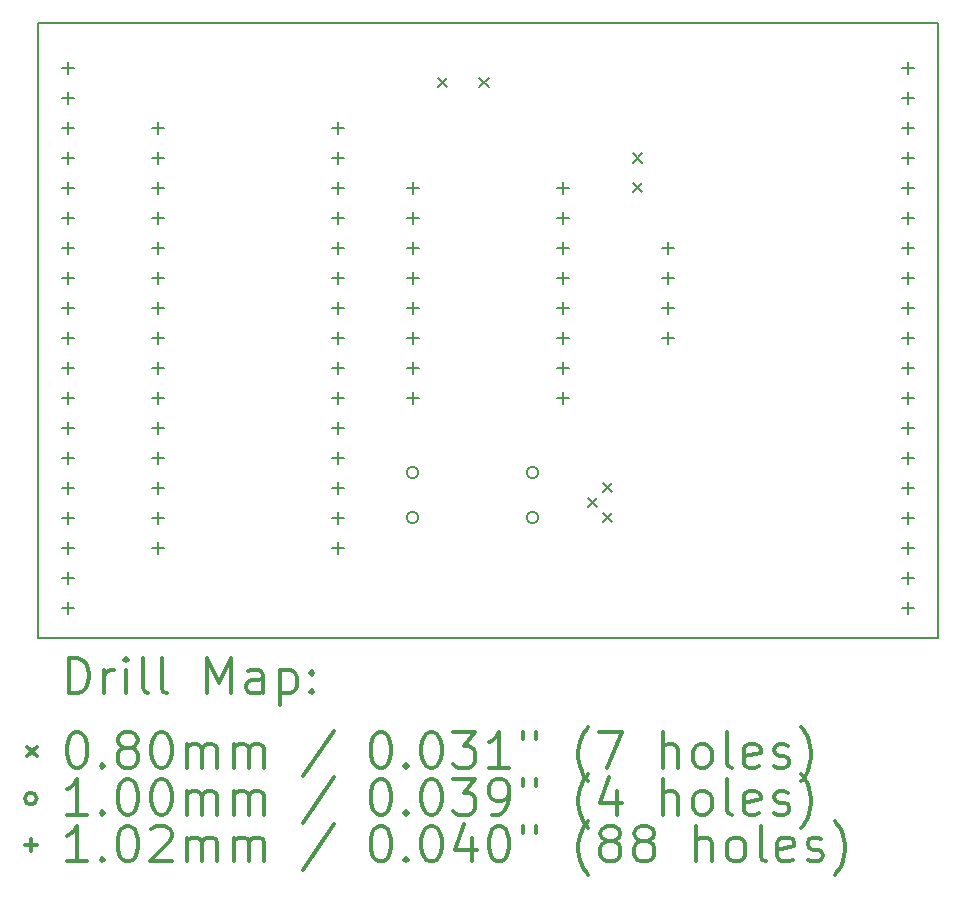
<source format=gbr>
%FSLAX45Y45*%
G04 Gerber Fmt 4.5, Leading zero omitted, Abs format (unit mm)*
G04 Created by KiCad (PCBNEW 4.0.3+e1-6302~38~ubuntu16.04.1-stable) date Thu Aug 25 12:24:18 2016*
%MOMM*%
%LPD*%
G01*
G04 APERTURE LIST*
%ADD10C,0.127000*%
%ADD11C,0.150000*%
%ADD12C,0.200000*%
%ADD13C,0.300000*%
G04 APERTURE END LIST*
D10*
D11*
X12446000Y-10414000D02*
X11176000Y-10414000D01*
X12446000Y-5207000D02*
X12446000Y-10414000D01*
X4826000Y-5207000D02*
X12446000Y-5207000D01*
X4826000Y-10414000D02*
X11176000Y-10414000D01*
X4826000Y-5207000D02*
X4826000Y-10414000D01*
D12*
X8215000Y-5675000D02*
X8295000Y-5755000D01*
X8295000Y-5675000D02*
X8215000Y-5755000D01*
X8565000Y-5675000D02*
X8645000Y-5755000D01*
X8645000Y-5675000D02*
X8565000Y-5755000D01*
X9485000Y-9231000D02*
X9565000Y-9311000D01*
X9565000Y-9231000D02*
X9485000Y-9311000D01*
X9612000Y-9104000D02*
X9692000Y-9184000D01*
X9692000Y-9104000D02*
X9612000Y-9184000D01*
X9612000Y-9358000D02*
X9692000Y-9438000D01*
X9692000Y-9358000D02*
X9612000Y-9438000D01*
X9866000Y-6314000D02*
X9946000Y-6394000D01*
X9946000Y-6314000D02*
X9866000Y-6394000D01*
X9866000Y-6564000D02*
X9946000Y-6644000D01*
X9946000Y-6564000D02*
X9866000Y-6644000D01*
X8051038Y-9017000D02*
G75*
G03X8051038Y-9017000I-50038J0D01*
G01*
X8051038Y-9398000D02*
G75*
G03X8051038Y-9398000I-50038J0D01*
G01*
X9067038Y-9017000D02*
G75*
G03X9067038Y-9017000I-50038J0D01*
G01*
X9067038Y-9398000D02*
G75*
G03X9067038Y-9398000I-50038J0D01*
G01*
X5080000Y-5537200D02*
X5080000Y-5638800D01*
X5029200Y-5588000D02*
X5130800Y-5588000D01*
X5080000Y-5791200D02*
X5080000Y-5892800D01*
X5029200Y-5842000D02*
X5130800Y-5842000D01*
X5080000Y-6045200D02*
X5080000Y-6146800D01*
X5029200Y-6096000D02*
X5130800Y-6096000D01*
X5080000Y-6299200D02*
X5080000Y-6400800D01*
X5029200Y-6350000D02*
X5130800Y-6350000D01*
X5080000Y-6553200D02*
X5080000Y-6654800D01*
X5029200Y-6604000D02*
X5130800Y-6604000D01*
X5080000Y-6807200D02*
X5080000Y-6908800D01*
X5029200Y-6858000D02*
X5130800Y-6858000D01*
X5080000Y-7061200D02*
X5080000Y-7162800D01*
X5029200Y-7112000D02*
X5130800Y-7112000D01*
X5080000Y-7315200D02*
X5080000Y-7416800D01*
X5029200Y-7366000D02*
X5130800Y-7366000D01*
X5080000Y-7569200D02*
X5080000Y-7670800D01*
X5029200Y-7620000D02*
X5130800Y-7620000D01*
X5080000Y-7823200D02*
X5080000Y-7924800D01*
X5029200Y-7874000D02*
X5130800Y-7874000D01*
X5080000Y-8077200D02*
X5080000Y-8178800D01*
X5029200Y-8128000D02*
X5130800Y-8128000D01*
X5080000Y-8331200D02*
X5080000Y-8432800D01*
X5029200Y-8382000D02*
X5130800Y-8382000D01*
X5080000Y-8585200D02*
X5080000Y-8686800D01*
X5029200Y-8636000D02*
X5130800Y-8636000D01*
X5080000Y-8839200D02*
X5080000Y-8940800D01*
X5029200Y-8890000D02*
X5130800Y-8890000D01*
X5080000Y-9093200D02*
X5080000Y-9194800D01*
X5029200Y-9144000D02*
X5130800Y-9144000D01*
X5080000Y-9347200D02*
X5080000Y-9448800D01*
X5029200Y-9398000D02*
X5130800Y-9398000D01*
X5080000Y-9601200D02*
X5080000Y-9702800D01*
X5029200Y-9652000D02*
X5130800Y-9652000D01*
X5080000Y-9855200D02*
X5080000Y-9956800D01*
X5029200Y-9906000D02*
X5130800Y-9906000D01*
X5080000Y-10109200D02*
X5080000Y-10210800D01*
X5029200Y-10160000D02*
X5130800Y-10160000D01*
X5842000Y-6045200D02*
X5842000Y-6146800D01*
X5791200Y-6096000D02*
X5892800Y-6096000D01*
X5842000Y-6299200D02*
X5842000Y-6400800D01*
X5791200Y-6350000D02*
X5892800Y-6350000D01*
X5842000Y-6553200D02*
X5842000Y-6654800D01*
X5791200Y-6604000D02*
X5892800Y-6604000D01*
X5842000Y-6807200D02*
X5842000Y-6908800D01*
X5791200Y-6858000D02*
X5892800Y-6858000D01*
X5842000Y-7061200D02*
X5842000Y-7162800D01*
X5791200Y-7112000D02*
X5892800Y-7112000D01*
X5842000Y-7315200D02*
X5842000Y-7416800D01*
X5791200Y-7366000D02*
X5892800Y-7366000D01*
X5842000Y-7569200D02*
X5842000Y-7670800D01*
X5791200Y-7620000D02*
X5892800Y-7620000D01*
X5842000Y-7823200D02*
X5842000Y-7924800D01*
X5791200Y-7874000D02*
X5892800Y-7874000D01*
X5842000Y-8077200D02*
X5842000Y-8178800D01*
X5791200Y-8128000D02*
X5892800Y-8128000D01*
X5842000Y-8331200D02*
X5842000Y-8432800D01*
X5791200Y-8382000D02*
X5892800Y-8382000D01*
X5842000Y-8585200D02*
X5842000Y-8686800D01*
X5791200Y-8636000D02*
X5892800Y-8636000D01*
X5842000Y-8839200D02*
X5842000Y-8940800D01*
X5791200Y-8890000D02*
X5892800Y-8890000D01*
X5842000Y-9093200D02*
X5842000Y-9194800D01*
X5791200Y-9144000D02*
X5892800Y-9144000D01*
X5842000Y-9347200D02*
X5842000Y-9448800D01*
X5791200Y-9398000D02*
X5892800Y-9398000D01*
X5842000Y-9601200D02*
X5842000Y-9702800D01*
X5791200Y-9652000D02*
X5892800Y-9652000D01*
X7366000Y-6045200D02*
X7366000Y-6146800D01*
X7315200Y-6096000D02*
X7416800Y-6096000D01*
X7366000Y-6299200D02*
X7366000Y-6400800D01*
X7315200Y-6350000D02*
X7416800Y-6350000D01*
X7366000Y-6553200D02*
X7366000Y-6654800D01*
X7315200Y-6604000D02*
X7416800Y-6604000D01*
X7366000Y-6807200D02*
X7366000Y-6908800D01*
X7315200Y-6858000D02*
X7416800Y-6858000D01*
X7366000Y-7061200D02*
X7366000Y-7162800D01*
X7315200Y-7112000D02*
X7416800Y-7112000D01*
X7366000Y-7315200D02*
X7366000Y-7416800D01*
X7315200Y-7366000D02*
X7416800Y-7366000D01*
X7366000Y-7569200D02*
X7366000Y-7670800D01*
X7315200Y-7620000D02*
X7416800Y-7620000D01*
X7366000Y-7823200D02*
X7366000Y-7924800D01*
X7315200Y-7874000D02*
X7416800Y-7874000D01*
X7366000Y-8077200D02*
X7366000Y-8178800D01*
X7315200Y-8128000D02*
X7416800Y-8128000D01*
X7366000Y-8331200D02*
X7366000Y-8432800D01*
X7315200Y-8382000D02*
X7416800Y-8382000D01*
X7366000Y-8585200D02*
X7366000Y-8686800D01*
X7315200Y-8636000D02*
X7416800Y-8636000D01*
X7366000Y-8839200D02*
X7366000Y-8940800D01*
X7315200Y-8890000D02*
X7416800Y-8890000D01*
X7366000Y-9093200D02*
X7366000Y-9194800D01*
X7315200Y-9144000D02*
X7416800Y-9144000D01*
X7366000Y-9347200D02*
X7366000Y-9448800D01*
X7315200Y-9398000D02*
X7416800Y-9398000D01*
X7366000Y-9601200D02*
X7366000Y-9702800D01*
X7315200Y-9652000D02*
X7416800Y-9652000D01*
X8001000Y-6553200D02*
X8001000Y-6654800D01*
X7950200Y-6604000D02*
X8051800Y-6604000D01*
X8001000Y-6807200D02*
X8001000Y-6908800D01*
X7950200Y-6858000D02*
X8051800Y-6858000D01*
X8001000Y-7061200D02*
X8001000Y-7162800D01*
X7950200Y-7112000D02*
X8051800Y-7112000D01*
X8001000Y-7315200D02*
X8001000Y-7416800D01*
X7950200Y-7366000D02*
X8051800Y-7366000D01*
X8001000Y-7569200D02*
X8001000Y-7670800D01*
X7950200Y-7620000D02*
X8051800Y-7620000D01*
X8001000Y-7823200D02*
X8001000Y-7924800D01*
X7950200Y-7874000D02*
X8051800Y-7874000D01*
X8001000Y-8077200D02*
X8001000Y-8178800D01*
X7950200Y-8128000D02*
X8051800Y-8128000D01*
X8001000Y-8331200D02*
X8001000Y-8432800D01*
X7950200Y-8382000D02*
X8051800Y-8382000D01*
X9271000Y-6553200D02*
X9271000Y-6654800D01*
X9220200Y-6604000D02*
X9321800Y-6604000D01*
X9271000Y-6807200D02*
X9271000Y-6908800D01*
X9220200Y-6858000D02*
X9321800Y-6858000D01*
X9271000Y-7061200D02*
X9271000Y-7162800D01*
X9220200Y-7112000D02*
X9321800Y-7112000D01*
X9271000Y-7315200D02*
X9271000Y-7416800D01*
X9220200Y-7366000D02*
X9321800Y-7366000D01*
X9271000Y-7569200D02*
X9271000Y-7670800D01*
X9220200Y-7620000D02*
X9321800Y-7620000D01*
X9271000Y-7823200D02*
X9271000Y-7924800D01*
X9220200Y-7874000D02*
X9321800Y-7874000D01*
X9271000Y-8077200D02*
X9271000Y-8178800D01*
X9220200Y-8128000D02*
X9321800Y-8128000D01*
X9271000Y-8331200D02*
X9271000Y-8432800D01*
X9220200Y-8382000D02*
X9321800Y-8382000D01*
X10160000Y-7061200D02*
X10160000Y-7162800D01*
X10109200Y-7112000D02*
X10210800Y-7112000D01*
X10160000Y-7315200D02*
X10160000Y-7416800D01*
X10109200Y-7366000D02*
X10210800Y-7366000D01*
X10160000Y-7569200D02*
X10160000Y-7670800D01*
X10109200Y-7620000D02*
X10210800Y-7620000D01*
X10160000Y-7823200D02*
X10160000Y-7924800D01*
X10109200Y-7874000D02*
X10210800Y-7874000D01*
X12192000Y-5537200D02*
X12192000Y-5638800D01*
X12141200Y-5588000D02*
X12242800Y-5588000D01*
X12192000Y-5791200D02*
X12192000Y-5892800D01*
X12141200Y-5842000D02*
X12242800Y-5842000D01*
X12192000Y-6045200D02*
X12192000Y-6146800D01*
X12141200Y-6096000D02*
X12242800Y-6096000D01*
X12192000Y-6299200D02*
X12192000Y-6400800D01*
X12141200Y-6350000D02*
X12242800Y-6350000D01*
X12192000Y-6553200D02*
X12192000Y-6654800D01*
X12141200Y-6604000D02*
X12242800Y-6604000D01*
X12192000Y-6807200D02*
X12192000Y-6908800D01*
X12141200Y-6858000D02*
X12242800Y-6858000D01*
X12192000Y-7061200D02*
X12192000Y-7162800D01*
X12141200Y-7112000D02*
X12242800Y-7112000D01*
X12192000Y-7315200D02*
X12192000Y-7416800D01*
X12141200Y-7366000D02*
X12242800Y-7366000D01*
X12192000Y-7569200D02*
X12192000Y-7670800D01*
X12141200Y-7620000D02*
X12242800Y-7620000D01*
X12192000Y-7823200D02*
X12192000Y-7924800D01*
X12141200Y-7874000D02*
X12242800Y-7874000D01*
X12192000Y-8077200D02*
X12192000Y-8178800D01*
X12141200Y-8128000D02*
X12242800Y-8128000D01*
X12192000Y-8331200D02*
X12192000Y-8432800D01*
X12141200Y-8382000D02*
X12242800Y-8382000D01*
X12192000Y-8585200D02*
X12192000Y-8686800D01*
X12141200Y-8636000D02*
X12242800Y-8636000D01*
X12192000Y-8839200D02*
X12192000Y-8940800D01*
X12141200Y-8890000D02*
X12242800Y-8890000D01*
X12192000Y-9093200D02*
X12192000Y-9194800D01*
X12141200Y-9144000D02*
X12242800Y-9144000D01*
X12192000Y-9347200D02*
X12192000Y-9448800D01*
X12141200Y-9398000D02*
X12242800Y-9398000D01*
X12192000Y-9601200D02*
X12192000Y-9702800D01*
X12141200Y-9652000D02*
X12242800Y-9652000D01*
X12192000Y-9855200D02*
X12192000Y-9956800D01*
X12141200Y-9906000D02*
X12242800Y-9906000D01*
X12192000Y-10109200D02*
X12192000Y-10210800D01*
X12141200Y-10160000D02*
X12242800Y-10160000D01*
D13*
X5089929Y-10887214D02*
X5089929Y-10587214D01*
X5161357Y-10587214D01*
X5204214Y-10601500D01*
X5232786Y-10630072D01*
X5247071Y-10658643D01*
X5261357Y-10715786D01*
X5261357Y-10758643D01*
X5247071Y-10815786D01*
X5232786Y-10844357D01*
X5204214Y-10872929D01*
X5161357Y-10887214D01*
X5089929Y-10887214D01*
X5389929Y-10887214D02*
X5389929Y-10687214D01*
X5389929Y-10744357D02*
X5404214Y-10715786D01*
X5418500Y-10701500D01*
X5447071Y-10687214D01*
X5475643Y-10687214D01*
X5575643Y-10887214D02*
X5575643Y-10687214D01*
X5575643Y-10587214D02*
X5561357Y-10601500D01*
X5575643Y-10615786D01*
X5589929Y-10601500D01*
X5575643Y-10587214D01*
X5575643Y-10615786D01*
X5761357Y-10887214D02*
X5732786Y-10872929D01*
X5718500Y-10844357D01*
X5718500Y-10587214D01*
X5918500Y-10887214D02*
X5889928Y-10872929D01*
X5875643Y-10844357D01*
X5875643Y-10587214D01*
X6261357Y-10887214D02*
X6261357Y-10587214D01*
X6361357Y-10801500D01*
X6461357Y-10587214D01*
X6461357Y-10887214D01*
X6732786Y-10887214D02*
X6732786Y-10730072D01*
X6718500Y-10701500D01*
X6689928Y-10687214D01*
X6632786Y-10687214D01*
X6604214Y-10701500D01*
X6732786Y-10872929D02*
X6704214Y-10887214D01*
X6632786Y-10887214D01*
X6604214Y-10872929D01*
X6589928Y-10844357D01*
X6589928Y-10815786D01*
X6604214Y-10787214D01*
X6632786Y-10772929D01*
X6704214Y-10772929D01*
X6732786Y-10758643D01*
X6875643Y-10687214D02*
X6875643Y-10987214D01*
X6875643Y-10701500D02*
X6904214Y-10687214D01*
X6961357Y-10687214D01*
X6989928Y-10701500D01*
X7004214Y-10715786D01*
X7018500Y-10744357D01*
X7018500Y-10830072D01*
X7004214Y-10858643D01*
X6989928Y-10872929D01*
X6961357Y-10887214D01*
X6904214Y-10887214D01*
X6875643Y-10872929D01*
X7147071Y-10858643D02*
X7161357Y-10872929D01*
X7147071Y-10887214D01*
X7132786Y-10872929D01*
X7147071Y-10858643D01*
X7147071Y-10887214D01*
X7147071Y-10701500D02*
X7161357Y-10715786D01*
X7147071Y-10730072D01*
X7132786Y-10715786D01*
X7147071Y-10701500D01*
X7147071Y-10730072D01*
X4738500Y-11341500D02*
X4818500Y-11421500D01*
X4818500Y-11341500D02*
X4738500Y-11421500D01*
X5147071Y-11217214D02*
X5175643Y-11217214D01*
X5204214Y-11231500D01*
X5218500Y-11245786D01*
X5232786Y-11274357D01*
X5247071Y-11331500D01*
X5247071Y-11402929D01*
X5232786Y-11460071D01*
X5218500Y-11488643D01*
X5204214Y-11502929D01*
X5175643Y-11517214D01*
X5147071Y-11517214D01*
X5118500Y-11502929D01*
X5104214Y-11488643D01*
X5089929Y-11460071D01*
X5075643Y-11402929D01*
X5075643Y-11331500D01*
X5089929Y-11274357D01*
X5104214Y-11245786D01*
X5118500Y-11231500D01*
X5147071Y-11217214D01*
X5375643Y-11488643D02*
X5389929Y-11502929D01*
X5375643Y-11517214D01*
X5361357Y-11502929D01*
X5375643Y-11488643D01*
X5375643Y-11517214D01*
X5561357Y-11345786D02*
X5532786Y-11331500D01*
X5518500Y-11317214D01*
X5504214Y-11288643D01*
X5504214Y-11274357D01*
X5518500Y-11245786D01*
X5532786Y-11231500D01*
X5561357Y-11217214D01*
X5618500Y-11217214D01*
X5647071Y-11231500D01*
X5661357Y-11245786D01*
X5675643Y-11274357D01*
X5675643Y-11288643D01*
X5661357Y-11317214D01*
X5647071Y-11331500D01*
X5618500Y-11345786D01*
X5561357Y-11345786D01*
X5532786Y-11360071D01*
X5518500Y-11374357D01*
X5504214Y-11402929D01*
X5504214Y-11460071D01*
X5518500Y-11488643D01*
X5532786Y-11502929D01*
X5561357Y-11517214D01*
X5618500Y-11517214D01*
X5647071Y-11502929D01*
X5661357Y-11488643D01*
X5675643Y-11460071D01*
X5675643Y-11402929D01*
X5661357Y-11374357D01*
X5647071Y-11360071D01*
X5618500Y-11345786D01*
X5861357Y-11217214D02*
X5889928Y-11217214D01*
X5918500Y-11231500D01*
X5932786Y-11245786D01*
X5947071Y-11274357D01*
X5961357Y-11331500D01*
X5961357Y-11402929D01*
X5947071Y-11460071D01*
X5932786Y-11488643D01*
X5918500Y-11502929D01*
X5889928Y-11517214D01*
X5861357Y-11517214D01*
X5832786Y-11502929D01*
X5818500Y-11488643D01*
X5804214Y-11460071D01*
X5789928Y-11402929D01*
X5789928Y-11331500D01*
X5804214Y-11274357D01*
X5818500Y-11245786D01*
X5832786Y-11231500D01*
X5861357Y-11217214D01*
X6089928Y-11517214D02*
X6089928Y-11317214D01*
X6089928Y-11345786D02*
X6104214Y-11331500D01*
X6132786Y-11317214D01*
X6175643Y-11317214D01*
X6204214Y-11331500D01*
X6218500Y-11360071D01*
X6218500Y-11517214D01*
X6218500Y-11360071D02*
X6232786Y-11331500D01*
X6261357Y-11317214D01*
X6304214Y-11317214D01*
X6332786Y-11331500D01*
X6347071Y-11360071D01*
X6347071Y-11517214D01*
X6489928Y-11517214D02*
X6489928Y-11317214D01*
X6489928Y-11345786D02*
X6504214Y-11331500D01*
X6532786Y-11317214D01*
X6575643Y-11317214D01*
X6604214Y-11331500D01*
X6618500Y-11360071D01*
X6618500Y-11517214D01*
X6618500Y-11360071D02*
X6632786Y-11331500D01*
X6661357Y-11317214D01*
X6704214Y-11317214D01*
X6732786Y-11331500D01*
X6747071Y-11360071D01*
X6747071Y-11517214D01*
X7332786Y-11202929D02*
X7075643Y-11588643D01*
X7718500Y-11217214D02*
X7747071Y-11217214D01*
X7775643Y-11231500D01*
X7789928Y-11245786D01*
X7804214Y-11274357D01*
X7818500Y-11331500D01*
X7818500Y-11402929D01*
X7804214Y-11460071D01*
X7789928Y-11488643D01*
X7775643Y-11502929D01*
X7747071Y-11517214D01*
X7718500Y-11517214D01*
X7689928Y-11502929D01*
X7675643Y-11488643D01*
X7661357Y-11460071D01*
X7647071Y-11402929D01*
X7647071Y-11331500D01*
X7661357Y-11274357D01*
X7675643Y-11245786D01*
X7689928Y-11231500D01*
X7718500Y-11217214D01*
X7947071Y-11488643D02*
X7961357Y-11502929D01*
X7947071Y-11517214D01*
X7932786Y-11502929D01*
X7947071Y-11488643D01*
X7947071Y-11517214D01*
X8147071Y-11217214D02*
X8175643Y-11217214D01*
X8204214Y-11231500D01*
X8218500Y-11245786D01*
X8232785Y-11274357D01*
X8247071Y-11331500D01*
X8247071Y-11402929D01*
X8232785Y-11460071D01*
X8218500Y-11488643D01*
X8204214Y-11502929D01*
X8175643Y-11517214D01*
X8147071Y-11517214D01*
X8118500Y-11502929D01*
X8104214Y-11488643D01*
X8089928Y-11460071D01*
X8075643Y-11402929D01*
X8075643Y-11331500D01*
X8089928Y-11274357D01*
X8104214Y-11245786D01*
X8118500Y-11231500D01*
X8147071Y-11217214D01*
X8347071Y-11217214D02*
X8532786Y-11217214D01*
X8432786Y-11331500D01*
X8475643Y-11331500D01*
X8504214Y-11345786D01*
X8518500Y-11360071D01*
X8532786Y-11388643D01*
X8532786Y-11460071D01*
X8518500Y-11488643D01*
X8504214Y-11502929D01*
X8475643Y-11517214D01*
X8389928Y-11517214D01*
X8361357Y-11502929D01*
X8347071Y-11488643D01*
X8818500Y-11517214D02*
X8647071Y-11517214D01*
X8732786Y-11517214D02*
X8732786Y-11217214D01*
X8704214Y-11260071D01*
X8675643Y-11288643D01*
X8647071Y-11302929D01*
X8932786Y-11217214D02*
X8932786Y-11274357D01*
X9047071Y-11217214D02*
X9047071Y-11274357D01*
X9489928Y-11631500D02*
X9475643Y-11617214D01*
X9447071Y-11574357D01*
X9432786Y-11545786D01*
X9418500Y-11502929D01*
X9404214Y-11431500D01*
X9404214Y-11374357D01*
X9418500Y-11302929D01*
X9432786Y-11260071D01*
X9447071Y-11231500D01*
X9475643Y-11188643D01*
X9489928Y-11174357D01*
X9575643Y-11217214D02*
X9775643Y-11217214D01*
X9647071Y-11517214D01*
X10118500Y-11517214D02*
X10118500Y-11217214D01*
X10247071Y-11517214D02*
X10247071Y-11360071D01*
X10232786Y-11331500D01*
X10204214Y-11317214D01*
X10161357Y-11317214D01*
X10132786Y-11331500D01*
X10118500Y-11345786D01*
X10432786Y-11517214D02*
X10404214Y-11502929D01*
X10389928Y-11488643D01*
X10375643Y-11460071D01*
X10375643Y-11374357D01*
X10389928Y-11345786D01*
X10404214Y-11331500D01*
X10432786Y-11317214D01*
X10475643Y-11317214D01*
X10504214Y-11331500D01*
X10518500Y-11345786D01*
X10532786Y-11374357D01*
X10532786Y-11460071D01*
X10518500Y-11488643D01*
X10504214Y-11502929D01*
X10475643Y-11517214D01*
X10432786Y-11517214D01*
X10704214Y-11517214D02*
X10675643Y-11502929D01*
X10661357Y-11474357D01*
X10661357Y-11217214D01*
X10932786Y-11502929D02*
X10904214Y-11517214D01*
X10847071Y-11517214D01*
X10818500Y-11502929D01*
X10804214Y-11474357D01*
X10804214Y-11360071D01*
X10818500Y-11331500D01*
X10847071Y-11317214D01*
X10904214Y-11317214D01*
X10932786Y-11331500D01*
X10947071Y-11360071D01*
X10947071Y-11388643D01*
X10804214Y-11417214D01*
X11061357Y-11502929D02*
X11089929Y-11517214D01*
X11147071Y-11517214D01*
X11175643Y-11502929D01*
X11189929Y-11474357D01*
X11189929Y-11460071D01*
X11175643Y-11431500D01*
X11147071Y-11417214D01*
X11104214Y-11417214D01*
X11075643Y-11402929D01*
X11061357Y-11374357D01*
X11061357Y-11360071D01*
X11075643Y-11331500D01*
X11104214Y-11317214D01*
X11147071Y-11317214D01*
X11175643Y-11331500D01*
X11289928Y-11631500D02*
X11304214Y-11617214D01*
X11332786Y-11574357D01*
X11347071Y-11545786D01*
X11361357Y-11502929D01*
X11375643Y-11431500D01*
X11375643Y-11374357D01*
X11361357Y-11302929D01*
X11347071Y-11260071D01*
X11332786Y-11231500D01*
X11304214Y-11188643D01*
X11289928Y-11174357D01*
X4818500Y-11777500D02*
G75*
G03X4818500Y-11777500I-50038J0D01*
G01*
X5247071Y-11913214D02*
X5075643Y-11913214D01*
X5161357Y-11913214D02*
X5161357Y-11613214D01*
X5132786Y-11656071D01*
X5104214Y-11684643D01*
X5075643Y-11698929D01*
X5375643Y-11884643D02*
X5389929Y-11898929D01*
X5375643Y-11913214D01*
X5361357Y-11898929D01*
X5375643Y-11884643D01*
X5375643Y-11913214D01*
X5575643Y-11613214D02*
X5604214Y-11613214D01*
X5632786Y-11627500D01*
X5647071Y-11641786D01*
X5661357Y-11670357D01*
X5675643Y-11727500D01*
X5675643Y-11798929D01*
X5661357Y-11856071D01*
X5647071Y-11884643D01*
X5632786Y-11898929D01*
X5604214Y-11913214D01*
X5575643Y-11913214D01*
X5547071Y-11898929D01*
X5532786Y-11884643D01*
X5518500Y-11856071D01*
X5504214Y-11798929D01*
X5504214Y-11727500D01*
X5518500Y-11670357D01*
X5532786Y-11641786D01*
X5547071Y-11627500D01*
X5575643Y-11613214D01*
X5861357Y-11613214D02*
X5889928Y-11613214D01*
X5918500Y-11627500D01*
X5932786Y-11641786D01*
X5947071Y-11670357D01*
X5961357Y-11727500D01*
X5961357Y-11798929D01*
X5947071Y-11856071D01*
X5932786Y-11884643D01*
X5918500Y-11898929D01*
X5889928Y-11913214D01*
X5861357Y-11913214D01*
X5832786Y-11898929D01*
X5818500Y-11884643D01*
X5804214Y-11856071D01*
X5789928Y-11798929D01*
X5789928Y-11727500D01*
X5804214Y-11670357D01*
X5818500Y-11641786D01*
X5832786Y-11627500D01*
X5861357Y-11613214D01*
X6089928Y-11913214D02*
X6089928Y-11713214D01*
X6089928Y-11741786D02*
X6104214Y-11727500D01*
X6132786Y-11713214D01*
X6175643Y-11713214D01*
X6204214Y-11727500D01*
X6218500Y-11756071D01*
X6218500Y-11913214D01*
X6218500Y-11756071D02*
X6232786Y-11727500D01*
X6261357Y-11713214D01*
X6304214Y-11713214D01*
X6332786Y-11727500D01*
X6347071Y-11756071D01*
X6347071Y-11913214D01*
X6489928Y-11913214D02*
X6489928Y-11713214D01*
X6489928Y-11741786D02*
X6504214Y-11727500D01*
X6532786Y-11713214D01*
X6575643Y-11713214D01*
X6604214Y-11727500D01*
X6618500Y-11756071D01*
X6618500Y-11913214D01*
X6618500Y-11756071D02*
X6632786Y-11727500D01*
X6661357Y-11713214D01*
X6704214Y-11713214D01*
X6732786Y-11727500D01*
X6747071Y-11756071D01*
X6747071Y-11913214D01*
X7332786Y-11598929D02*
X7075643Y-11984643D01*
X7718500Y-11613214D02*
X7747071Y-11613214D01*
X7775643Y-11627500D01*
X7789928Y-11641786D01*
X7804214Y-11670357D01*
X7818500Y-11727500D01*
X7818500Y-11798929D01*
X7804214Y-11856071D01*
X7789928Y-11884643D01*
X7775643Y-11898929D01*
X7747071Y-11913214D01*
X7718500Y-11913214D01*
X7689928Y-11898929D01*
X7675643Y-11884643D01*
X7661357Y-11856071D01*
X7647071Y-11798929D01*
X7647071Y-11727500D01*
X7661357Y-11670357D01*
X7675643Y-11641786D01*
X7689928Y-11627500D01*
X7718500Y-11613214D01*
X7947071Y-11884643D02*
X7961357Y-11898929D01*
X7947071Y-11913214D01*
X7932786Y-11898929D01*
X7947071Y-11884643D01*
X7947071Y-11913214D01*
X8147071Y-11613214D02*
X8175643Y-11613214D01*
X8204214Y-11627500D01*
X8218500Y-11641786D01*
X8232785Y-11670357D01*
X8247071Y-11727500D01*
X8247071Y-11798929D01*
X8232785Y-11856071D01*
X8218500Y-11884643D01*
X8204214Y-11898929D01*
X8175643Y-11913214D01*
X8147071Y-11913214D01*
X8118500Y-11898929D01*
X8104214Y-11884643D01*
X8089928Y-11856071D01*
X8075643Y-11798929D01*
X8075643Y-11727500D01*
X8089928Y-11670357D01*
X8104214Y-11641786D01*
X8118500Y-11627500D01*
X8147071Y-11613214D01*
X8347071Y-11613214D02*
X8532786Y-11613214D01*
X8432786Y-11727500D01*
X8475643Y-11727500D01*
X8504214Y-11741786D01*
X8518500Y-11756071D01*
X8532786Y-11784643D01*
X8532786Y-11856071D01*
X8518500Y-11884643D01*
X8504214Y-11898929D01*
X8475643Y-11913214D01*
X8389928Y-11913214D01*
X8361357Y-11898929D01*
X8347071Y-11884643D01*
X8675643Y-11913214D02*
X8732786Y-11913214D01*
X8761357Y-11898929D01*
X8775643Y-11884643D01*
X8804214Y-11841786D01*
X8818500Y-11784643D01*
X8818500Y-11670357D01*
X8804214Y-11641786D01*
X8789928Y-11627500D01*
X8761357Y-11613214D01*
X8704214Y-11613214D01*
X8675643Y-11627500D01*
X8661357Y-11641786D01*
X8647071Y-11670357D01*
X8647071Y-11741786D01*
X8661357Y-11770357D01*
X8675643Y-11784643D01*
X8704214Y-11798929D01*
X8761357Y-11798929D01*
X8789928Y-11784643D01*
X8804214Y-11770357D01*
X8818500Y-11741786D01*
X8932786Y-11613214D02*
X8932786Y-11670357D01*
X9047071Y-11613214D02*
X9047071Y-11670357D01*
X9489928Y-12027500D02*
X9475643Y-12013214D01*
X9447071Y-11970357D01*
X9432786Y-11941786D01*
X9418500Y-11898929D01*
X9404214Y-11827500D01*
X9404214Y-11770357D01*
X9418500Y-11698929D01*
X9432786Y-11656071D01*
X9447071Y-11627500D01*
X9475643Y-11584643D01*
X9489928Y-11570357D01*
X9732786Y-11713214D02*
X9732786Y-11913214D01*
X9661357Y-11598929D02*
X9589928Y-11813214D01*
X9775643Y-11813214D01*
X10118500Y-11913214D02*
X10118500Y-11613214D01*
X10247071Y-11913214D02*
X10247071Y-11756071D01*
X10232786Y-11727500D01*
X10204214Y-11713214D01*
X10161357Y-11713214D01*
X10132786Y-11727500D01*
X10118500Y-11741786D01*
X10432786Y-11913214D02*
X10404214Y-11898929D01*
X10389928Y-11884643D01*
X10375643Y-11856071D01*
X10375643Y-11770357D01*
X10389928Y-11741786D01*
X10404214Y-11727500D01*
X10432786Y-11713214D01*
X10475643Y-11713214D01*
X10504214Y-11727500D01*
X10518500Y-11741786D01*
X10532786Y-11770357D01*
X10532786Y-11856071D01*
X10518500Y-11884643D01*
X10504214Y-11898929D01*
X10475643Y-11913214D01*
X10432786Y-11913214D01*
X10704214Y-11913214D02*
X10675643Y-11898929D01*
X10661357Y-11870357D01*
X10661357Y-11613214D01*
X10932786Y-11898929D02*
X10904214Y-11913214D01*
X10847071Y-11913214D01*
X10818500Y-11898929D01*
X10804214Y-11870357D01*
X10804214Y-11756071D01*
X10818500Y-11727500D01*
X10847071Y-11713214D01*
X10904214Y-11713214D01*
X10932786Y-11727500D01*
X10947071Y-11756071D01*
X10947071Y-11784643D01*
X10804214Y-11813214D01*
X11061357Y-11898929D02*
X11089929Y-11913214D01*
X11147071Y-11913214D01*
X11175643Y-11898929D01*
X11189929Y-11870357D01*
X11189929Y-11856071D01*
X11175643Y-11827500D01*
X11147071Y-11813214D01*
X11104214Y-11813214D01*
X11075643Y-11798929D01*
X11061357Y-11770357D01*
X11061357Y-11756071D01*
X11075643Y-11727500D01*
X11104214Y-11713214D01*
X11147071Y-11713214D01*
X11175643Y-11727500D01*
X11289928Y-12027500D02*
X11304214Y-12013214D01*
X11332786Y-11970357D01*
X11347071Y-11941786D01*
X11361357Y-11898929D01*
X11375643Y-11827500D01*
X11375643Y-11770357D01*
X11361357Y-11698929D01*
X11347071Y-11656071D01*
X11332786Y-11627500D01*
X11304214Y-11584643D01*
X11289928Y-11570357D01*
X4767700Y-12122700D02*
X4767700Y-12224300D01*
X4716900Y-12173500D02*
X4818500Y-12173500D01*
X5247071Y-12309214D02*
X5075643Y-12309214D01*
X5161357Y-12309214D02*
X5161357Y-12009214D01*
X5132786Y-12052071D01*
X5104214Y-12080643D01*
X5075643Y-12094929D01*
X5375643Y-12280643D02*
X5389929Y-12294929D01*
X5375643Y-12309214D01*
X5361357Y-12294929D01*
X5375643Y-12280643D01*
X5375643Y-12309214D01*
X5575643Y-12009214D02*
X5604214Y-12009214D01*
X5632786Y-12023500D01*
X5647071Y-12037786D01*
X5661357Y-12066357D01*
X5675643Y-12123500D01*
X5675643Y-12194929D01*
X5661357Y-12252071D01*
X5647071Y-12280643D01*
X5632786Y-12294929D01*
X5604214Y-12309214D01*
X5575643Y-12309214D01*
X5547071Y-12294929D01*
X5532786Y-12280643D01*
X5518500Y-12252071D01*
X5504214Y-12194929D01*
X5504214Y-12123500D01*
X5518500Y-12066357D01*
X5532786Y-12037786D01*
X5547071Y-12023500D01*
X5575643Y-12009214D01*
X5789928Y-12037786D02*
X5804214Y-12023500D01*
X5832786Y-12009214D01*
X5904214Y-12009214D01*
X5932786Y-12023500D01*
X5947071Y-12037786D01*
X5961357Y-12066357D01*
X5961357Y-12094929D01*
X5947071Y-12137786D01*
X5775643Y-12309214D01*
X5961357Y-12309214D01*
X6089928Y-12309214D02*
X6089928Y-12109214D01*
X6089928Y-12137786D02*
X6104214Y-12123500D01*
X6132786Y-12109214D01*
X6175643Y-12109214D01*
X6204214Y-12123500D01*
X6218500Y-12152071D01*
X6218500Y-12309214D01*
X6218500Y-12152071D02*
X6232786Y-12123500D01*
X6261357Y-12109214D01*
X6304214Y-12109214D01*
X6332786Y-12123500D01*
X6347071Y-12152071D01*
X6347071Y-12309214D01*
X6489928Y-12309214D02*
X6489928Y-12109214D01*
X6489928Y-12137786D02*
X6504214Y-12123500D01*
X6532786Y-12109214D01*
X6575643Y-12109214D01*
X6604214Y-12123500D01*
X6618500Y-12152071D01*
X6618500Y-12309214D01*
X6618500Y-12152071D02*
X6632786Y-12123500D01*
X6661357Y-12109214D01*
X6704214Y-12109214D01*
X6732786Y-12123500D01*
X6747071Y-12152071D01*
X6747071Y-12309214D01*
X7332786Y-11994929D02*
X7075643Y-12380643D01*
X7718500Y-12009214D02*
X7747071Y-12009214D01*
X7775643Y-12023500D01*
X7789928Y-12037786D01*
X7804214Y-12066357D01*
X7818500Y-12123500D01*
X7818500Y-12194929D01*
X7804214Y-12252071D01*
X7789928Y-12280643D01*
X7775643Y-12294929D01*
X7747071Y-12309214D01*
X7718500Y-12309214D01*
X7689928Y-12294929D01*
X7675643Y-12280643D01*
X7661357Y-12252071D01*
X7647071Y-12194929D01*
X7647071Y-12123500D01*
X7661357Y-12066357D01*
X7675643Y-12037786D01*
X7689928Y-12023500D01*
X7718500Y-12009214D01*
X7947071Y-12280643D02*
X7961357Y-12294929D01*
X7947071Y-12309214D01*
X7932786Y-12294929D01*
X7947071Y-12280643D01*
X7947071Y-12309214D01*
X8147071Y-12009214D02*
X8175643Y-12009214D01*
X8204214Y-12023500D01*
X8218500Y-12037786D01*
X8232785Y-12066357D01*
X8247071Y-12123500D01*
X8247071Y-12194929D01*
X8232785Y-12252071D01*
X8218500Y-12280643D01*
X8204214Y-12294929D01*
X8175643Y-12309214D01*
X8147071Y-12309214D01*
X8118500Y-12294929D01*
X8104214Y-12280643D01*
X8089928Y-12252071D01*
X8075643Y-12194929D01*
X8075643Y-12123500D01*
X8089928Y-12066357D01*
X8104214Y-12037786D01*
X8118500Y-12023500D01*
X8147071Y-12009214D01*
X8504214Y-12109214D02*
X8504214Y-12309214D01*
X8432786Y-11994929D02*
X8361357Y-12209214D01*
X8547071Y-12209214D01*
X8718500Y-12009214D02*
X8747071Y-12009214D01*
X8775643Y-12023500D01*
X8789928Y-12037786D01*
X8804214Y-12066357D01*
X8818500Y-12123500D01*
X8818500Y-12194929D01*
X8804214Y-12252071D01*
X8789928Y-12280643D01*
X8775643Y-12294929D01*
X8747071Y-12309214D01*
X8718500Y-12309214D01*
X8689928Y-12294929D01*
X8675643Y-12280643D01*
X8661357Y-12252071D01*
X8647071Y-12194929D01*
X8647071Y-12123500D01*
X8661357Y-12066357D01*
X8675643Y-12037786D01*
X8689928Y-12023500D01*
X8718500Y-12009214D01*
X8932786Y-12009214D02*
X8932786Y-12066357D01*
X9047071Y-12009214D02*
X9047071Y-12066357D01*
X9489928Y-12423500D02*
X9475643Y-12409214D01*
X9447071Y-12366357D01*
X9432786Y-12337786D01*
X9418500Y-12294929D01*
X9404214Y-12223500D01*
X9404214Y-12166357D01*
X9418500Y-12094929D01*
X9432786Y-12052071D01*
X9447071Y-12023500D01*
X9475643Y-11980643D01*
X9489928Y-11966357D01*
X9647071Y-12137786D02*
X9618500Y-12123500D01*
X9604214Y-12109214D01*
X9589928Y-12080643D01*
X9589928Y-12066357D01*
X9604214Y-12037786D01*
X9618500Y-12023500D01*
X9647071Y-12009214D01*
X9704214Y-12009214D01*
X9732786Y-12023500D01*
X9747071Y-12037786D01*
X9761357Y-12066357D01*
X9761357Y-12080643D01*
X9747071Y-12109214D01*
X9732786Y-12123500D01*
X9704214Y-12137786D01*
X9647071Y-12137786D01*
X9618500Y-12152071D01*
X9604214Y-12166357D01*
X9589928Y-12194929D01*
X9589928Y-12252071D01*
X9604214Y-12280643D01*
X9618500Y-12294929D01*
X9647071Y-12309214D01*
X9704214Y-12309214D01*
X9732786Y-12294929D01*
X9747071Y-12280643D01*
X9761357Y-12252071D01*
X9761357Y-12194929D01*
X9747071Y-12166357D01*
X9732786Y-12152071D01*
X9704214Y-12137786D01*
X9932786Y-12137786D02*
X9904214Y-12123500D01*
X9889928Y-12109214D01*
X9875643Y-12080643D01*
X9875643Y-12066357D01*
X9889928Y-12037786D01*
X9904214Y-12023500D01*
X9932786Y-12009214D01*
X9989928Y-12009214D01*
X10018500Y-12023500D01*
X10032786Y-12037786D01*
X10047071Y-12066357D01*
X10047071Y-12080643D01*
X10032786Y-12109214D01*
X10018500Y-12123500D01*
X9989928Y-12137786D01*
X9932786Y-12137786D01*
X9904214Y-12152071D01*
X9889928Y-12166357D01*
X9875643Y-12194929D01*
X9875643Y-12252071D01*
X9889928Y-12280643D01*
X9904214Y-12294929D01*
X9932786Y-12309214D01*
X9989928Y-12309214D01*
X10018500Y-12294929D01*
X10032786Y-12280643D01*
X10047071Y-12252071D01*
X10047071Y-12194929D01*
X10032786Y-12166357D01*
X10018500Y-12152071D01*
X9989928Y-12137786D01*
X10404214Y-12309214D02*
X10404214Y-12009214D01*
X10532786Y-12309214D02*
X10532786Y-12152071D01*
X10518500Y-12123500D01*
X10489928Y-12109214D01*
X10447071Y-12109214D01*
X10418500Y-12123500D01*
X10404214Y-12137786D01*
X10718500Y-12309214D02*
X10689928Y-12294929D01*
X10675643Y-12280643D01*
X10661357Y-12252071D01*
X10661357Y-12166357D01*
X10675643Y-12137786D01*
X10689928Y-12123500D01*
X10718500Y-12109214D01*
X10761357Y-12109214D01*
X10789928Y-12123500D01*
X10804214Y-12137786D01*
X10818500Y-12166357D01*
X10818500Y-12252071D01*
X10804214Y-12280643D01*
X10789928Y-12294929D01*
X10761357Y-12309214D01*
X10718500Y-12309214D01*
X10989928Y-12309214D02*
X10961357Y-12294929D01*
X10947071Y-12266357D01*
X10947071Y-12009214D01*
X11218500Y-12294929D02*
X11189929Y-12309214D01*
X11132786Y-12309214D01*
X11104214Y-12294929D01*
X11089929Y-12266357D01*
X11089929Y-12152071D01*
X11104214Y-12123500D01*
X11132786Y-12109214D01*
X11189929Y-12109214D01*
X11218500Y-12123500D01*
X11232786Y-12152071D01*
X11232786Y-12180643D01*
X11089929Y-12209214D01*
X11347071Y-12294929D02*
X11375643Y-12309214D01*
X11432786Y-12309214D01*
X11461357Y-12294929D01*
X11475643Y-12266357D01*
X11475643Y-12252071D01*
X11461357Y-12223500D01*
X11432786Y-12209214D01*
X11389928Y-12209214D01*
X11361357Y-12194929D01*
X11347071Y-12166357D01*
X11347071Y-12152071D01*
X11361357Y-12123500D01*
X11389928Y-12109214D01*
X11432786Y-12109214D01*
X11461357Y-12123500D01*
X11575643Y-12423500D02*
X11589928Y-12409214D01*
X11618500Y-12366357D01*
X11632786Y-12337786D01*
X11647071Y-12294929D01*
X11661357Y-12223500D01*
X11661357Y-12166357D01*
X11647071Y-12094929D01*
X11632786Y-12052071D01*
X11618500Y-12023500D01*
X11589928Y-11980643D01*
X11575643Y-11966357D01*
M02*

</source>
